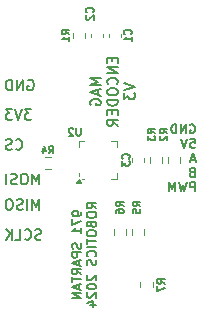
<source format=gbr>
%TF.GenerationSoftware,KiCad,Pcbnew,8.0.6-8.0.6-0~ubuntu24.04.1*%
%TF.CreationDate,2024-10-24T19:59:46-07:00*%
%TF.ProjectId,mag-encoder,6d61672d-656e-4636-9f64-65722e6b6963,3*%
%TF.SameCoordinates,Original*%
%TF.FileFunction,Legend,Bot*%
%TF.FilePolarity,Positive*%
%FSLAX46Y46*%
G04 Gerber Fmt 4.6, Leading zero omitted, Abs format (unit mm)*
G04 Created by KiCad (PCBNEW 8.0.6-8.0.6-0~ubuntu24.04.1) date 2024-10-24 19:59:46*
%MOMM*%
%LPD*%
G01*
G04 APERTURE LIST*
%ADD10C,0.152400*%
%ADD11C,0.127000*%
%ADD12C,0.120000*%
G04 APERTURE END LIST*
D10*
X223620263Y-122619677D02*
X223662596Y-122662011D01*
X223662596Y-122662011D02*
X223789596Y-122704344D01*
X223789596Y-122704344D02*
X223874263Y-122704344D01*
X223874263Y-122704344D02*
X224001263Y-122662011D01*
X224001263Y-122662011D02*
X224085930Y-122577344D01*
X224085930Y-122577344D02*
X224128263Y-122492677D01*
X224128263Y-122492677D02*
X224170596Y-122323344D01*
X224170596Y-122323344D02*
X224170596Y-122196344D01*
X224170596Y-122196344D02*
X224128263Y-122027011D01*
X224128263Y-122027011D02*
X224085930Y-121942344D01*
X224085930Y-121942344D02*
X224001263Y-121857677D01*
X224001263Y-121857677D02*
X223874263Y-121815344D01*
X223874263Y-121815344D02*
X223789596Y-121815344D01*
X223789596Y-121815344D02*
X223662596Y-121857677D01*
X223662596Y-121857677D02*
X223620263Y-121900011D01*
X223281596Y-122662011D02*
X223154596Y-122704344D01*
X223154596Y-122704344D02*
X222942930Y-122704344D01*
X222942930Y-122704344D02*
X222858263Y-122662011D01*
X222858263Y-122662011D02*
X222815930Y-122619677D01*
X222815930Y-122619677D02*
X222773596Y-122535011D01*
X222773596Y-122535011D02*
X222773596Y-122450344D01*
X222773596Y-122450344D02*
X222815930Y-122365677D01*
X222815930Y-122365677D02*
X222858263Y-122323344D01*
X222858263Y-122323344D02*
X222942930Y-122281011D01*
X222942930Y-122281011D02*
X223112263Y-122238677D01*
X223112263Y-122238677D02*
X223196930Y-122196344D01*
X223196930Y-122196344D02*
X223239263Y-122154011D01*
X223239263Y-122154011D02*
X223281596Y-122069344D01*
X223281596Y-122069344D02*
X223281596Y-121984677D01*
X223281596Y-121984677D02*
X223239263Y-121900011D01*
X223239263Y-121900011D02*
X223196930Y-121857677D01*
X223196930Y-121857677D02*
X223112263Y-121815344D01*
X223112263Y-121815344D02*
X222900596Y-121815344D01*
X222900596Y-121815344D02*
X222773596Y-121857677D01*
X224636262Y-116803077D02*
X224720929Y-116760744D01*
X224720929Y-116760744D02*
X224847929Y-116760744D01*
X224847929Y-116760744D02*
X224974929Y-116803077D01*
X224974929Y-116803077D02*
X225059596Y-116887744D01*
X225059596Y-116887744D02*
X225101929Y-116972411D01*
X225101929Y-116972411D02*
X225144262Y-117141744D01*
X225144262Y-117141744D02*
X225144262Y-117268744D01*
X225144262Y-117268744D02*
X225101929Y-117438077D01*
X225101929Y-117438077D02*
X225059596Y-117522744D01*
X225059596Y-117522744D02*
X224974929Y-117607411D01*
X224974929Y-117607411D02*
X224847929Y-117649744D01*
X224847929Y-117649744D02*
X224763262Y-117649744D01*
X224763262Y-117649744D02*
X224636262Y-117607411D01*
X224636262Y-117607411D02*
X224593929Y-117565077D01*
X224593929Y-117565077D02*
X224593929Y-117268744D01*
X224593929Y-117268744D02*
X224763262Y-117268744D01*
X224212929Y-117649744D02*
X224212929Y-116760744D01*
X224212929Y-116760744D02*
X223704929Y-117649744D01*
X223704929Y-117649744D02*
X223704929Y-116760744D01*
X223281596Y-117649744D02*
X223281596Y-116760744D01*
X223281596Y-116760744D02*
X223069929Y-116760744D01*
X223069929Y-116760744D02*
X222942929Y-116803077D01*
X222942929Y-116803077D02*
X222858263Y-116887744D01*
X222858263Y-116887744D02*
X222815929Y-116972411D01*
X222815929Y-116972411D02*
X222773596Y-117141744D01*
X222773596Y-117141744D02*
X222773596Y-117268744D01*
X222773596Y-117268744D02*
X222815929Y-117438077D01*
X222815929Y-117438077D02*
X222858263Y-117522744D01*
X222858263Y-117522744D02*
X222942929Y-117607411D01*
X222942929Y-117607411D02*
X223069929Y-117649744D01*
X223069929Y-117649744D02*
X223281596Y-117649744D01*
X225609929Y-127784344D02*
X225609929Y-126895344D01*
X225609929Y-126895344D02*
X225313596Y-127530344D01*
X225313596Y-127530344D02*
X225017262Y-126895344D01*
X225017262Y-126895344D02*
X225017262Y-127784344D01*
X224593929Y-127784344D02*
X224593929Y-126895344D01*
X224212929Y-127742011D02*
X224085929Y-127784344D01*
X224085929Y-127784344D02*
X223874263Y-127784344D01*
X223874263Y-127784344D02*
X223789596Y-127742011D01*
X223789596Y-127742011D02*
X223747263Y-127699677D01*
X223747263Y-127699677D02*
X223704929Y-127615011D01*
X223704929Y-127615011D02*
X223704929Y-127530344D01*
X223704929Y-127530344D02*
X223747263Y-127445677D01*
X223747263Y-127445677D02*
X223789596Y-127403344D01*
X223789596Y-127403344D02*
X223874263Y-127361011D01*
X223874263Y-127361011D02*
X224043596Y-127318677D01*
X224043596Y-127318677D02*
X224128263Y-127276344D01*
X224128263Y-127276344D02*
X224170596Y-127234011D01*
X224170596Y-127234011D02*
X224212929Y-127149344D01*
X224212929Y-127149344D02*
X224212929Y-127064677D01*
X224212929Y-127064677D02*
X224170596Y-126980011D01*
X224170596Y-126980011D02*
X224128263Y-126937677D01*
X224128263Y-126937677D02*
X224043596Y-126895344D01*
X224043596Y-126895344D02*
X223831929Y-126895344D01*
X223831929Y-126895344D02*
X223704929Y-126937677D01*
X223154596Y-126895344D02*
X222985262Y-126895344D01*
X222985262Y-126895344D02*
X222900596Y-126937677D01*
X222900596Y-126937677D02*
X222815929Y-127022344D01*
X222815929Y-127022344D02*
X222773596Y-127191677D01*
X222773596Y-127191677D02*
X222773596Y-127488011D01*
X222773596Y-127488011D02*
X222815929Y-127657344D01*
X222815929Y-127657344D02*
X222900596Y-127742011D01*
X222900596Y-127742011D02*
X222985262Y-127784344D01*
X222985262Y-127784344D02*
X223154596Y-127784344D01*
X223154596Y-127784344D02*
X223239262Y-127742011D01*
X223239262Y-127742011D02*
X223323929Y-127657344D01*
X223323929Y-127657344D02*
X223366262Y-127488011D01*
X223366262Y-127488011D02*
X223366262Y-127191677D01*
X223366262Y-127191677D02*
X223323929Y-127022344D01*
X223323929Y-127022344D02*
X223239262Y-126937677D01*
X223239262Y-126937677D02*
X223154596Y-126895344D01*
X224932597Y-119275344D02*
X224382263Y-119275344D01*
X224382263Y-119275344D02*
X224678597Y-119614011D01*
X224678597Y-119614011D02*
X224551597Y-119614011D01*
X224551597Y-119614011D02*
X224466930Y-119656344D01*
X224466930Y-119656344D02*
X224424597Y-119698677D01*
X224424597Y-119698677D02*
X224382263Y-119783344D01*
X224382263Y-119783344D02*
X224382263Y-119995011D01*
X224382263Y-119995011D02*
X224424597Y-120079677D01*
X224424597Y-120079677D02*
X224466930Y-120122011D01*
X224466930Y-120122011D02*
X224551597Y-120164344D01*
X224551597Y-120164344D02*
X224805597Y-120164344D01*
X224805597Y-120164344D02*
X224890263Y-120122011D01*
X224890263Y-120122011D02*
X224932597Y-120079677D01*
X224128263Y-119275344D02*
X223831930Y-120164344D01*
X223831930Y-120164344D02*
X223535596Y-119275344D01*
X223323930Y-119275344D02*
X222773596Y-119275344D01*
X222773596Y-119275344D02*
X223069930Y-119614011D01*
X223069930Y-119614011D02*
X222942930Y-119614011D01*
X222942930Y-119614011D02*
X222858263Y-119656344D01*
X222858263Y-119656344D02*
X222815930Y-119698677D01*
X222815930Y-119698677D02*
X222773596Y-119783344D01*
X222773596Y-119783344D02*
X222773596Y-119995011D01*
X222773596Y-119995011D02*
X222815930Y-120079677D01*
X222815930Y-120079677D02*
X222858263Y-120122011D01*
X222858263Y-120122011D02*
X222942930Y-120164344D01*
X222942930Y-120164344D02*
X223196930Y-120164344D01*
X223196930Y-120164344D02*
X223281596Y-120122011D01*
X223281596Y-120122011D02*
X223323930Y-120079677D01*
X238379165Y-120595322D02*
X238451737Y-120559036D01*
X238451737Y-120559036D02*
X238560594Y-120559036D01*
X238560594Y-120559036D02*
X238669451Y-120595322D01*
X238669451Y-120595322D02*
X238742022Y-120667893D01*
X238742022Y-120667893D02*
X238778308Y-120740465D01*
X238778308Y-120740465D02*
X238814594Y-120885608D01*
X238814594Y-120885608D02*
X238814594Y-120994465D01*
X238814594Y-120994465D02*
X238778308Y-121139608D01*
X238778308Y-121139608D02*
X238742022Y-121212179D01*
X238742022Y-121212179D02*
X238669451Y-121284751D01*
X238669451Y-121284751D02*
X238560594Y-121321036D01*
X238560594Y-121321036D02*
X238488022Y-121321036D01*
X238488022Y-121321036D02*
X238379165Y-121284751D01*
X238379165Y-121284751D02*
X238342879Y-121248465D01*
X238342879Y-121248465D02*
X238342879Y-120994465D01*
X238342879Y-120994465D02*
X238488022Y-120994465D01*
X238016308Y-121321036D02*
X238016308Y-120559036D01*
X238016308Y-120559036D02*
X237580879Y-121321036D01*
X237580879Y-121321036D02*
X237580879Y-120559036D01*
X237218022Y-121321036D02*
X237218022Y-120559036D01*
X237218022Y-120559036D02*
X237036593Y-120559036D01*
X237036593Y-120559036D02*
X236927736Y-120595322D01*
X236927736Y-120595322D02*
X236855165Y-120667893D01*
X236855165Y-120667893D02*
X236818879Y-120740465D01*
X236818879Y-120740465D02*
X236782593Y-120885608D01*
X236782593Y-120885608D02*
X236782593Y-120994465D01*
X236782593Y-120994465D02*
X236818879Y-121139608D01*
X236818879Y-121139608D02*
X236855165Y-121212179D01*
X236855165Y-121212179D02*
X236927736Y-121284751D01*
X236927736Y-121284751D02*
X237036593Y-121321036D01*
X237036593Y-121321036D02*
X237218022Y-121321036D01*
X238415451Y-121785813D02*
X238778308Y-121785813D01*
X238778308Y-121785813D02*
X238814594Y-122148670D01*
X238814594Y-122148670D02*
X238778308Y-122112385D01*
X238778308Y-122112385D02*
X238705737Y-122076099D01*
X238705737Y-122076099D02*
X238524308Y-122076099D01*
X238524308Y-122076099D02*
X238451737Y-122112385D01*
X238451737Y-122112385D02*
X238415451Y-122148670D01*
X238415451Y-122148670D02*
X238379165Y-122221242D01*
X238379165Y-122221242D02*
X238379165Y-122402670D01*
X238379165Y-122402670D02*
X238415451Y-122475242D01*
X238415451Y-122475242D02*
X238451737Y-122511528D01*
X238451737Y-122511528D02*
X238524308Y-122547813D01*
X238524308Y-122547813D02*
X238705737Y-122547813D01*
X238705737Y-122547813D02*
X238778308Y-122511528D01*
X238778308Y-122511528D02*
X238814594Y-122475242D01*
X238161451Y-121785813D02*
X237907451Y-122547813D01*
X237907451Y-122547813D02*
X237653451Y-121785813D01*
X238814594Y-123556876D02*
X238451737Y-123556876D01*
X238887165Y-123774590D02*
X238633165Y-123012590D01*
X238633165Y-123012590D02*
X238379165Y-123774590D01*
X238524308Y-124602224D02*
X238415451Y-124638510D01*
X238415451Y-124638510D02*
X238379165Y-124674796D01*
X238379165Y-124674796D02*
X238342879Y-124747367D01*
X238342879Y-124747367D02*
X238342879Y-124856224D01*
X238342879Y-124856224D02*
X238379165Y-124928796D01*
X238379165Y-124928796D02*
X238415451Y-124965082D01*
X238415451Y-124965082D02*
X238488022Y-125001367D01*
X238488022Y-125001367D02*
X238778308Y-125001367D01*
X238778308Y-125001367D02*
X238778308Y-124239367D01*
X238778308Y-124239367D02*
X238524308Y-124239367D01*
X238524308Y-124239367D02*
X238451737Y-124275653D01*
X238451737Y-124275653D02*
X238415451Y-124311939D01*
X238415451Y-124311939D02*
X238379165Y-124384510D01*
X238379165Y-124384510D02*
X238379165Y-124457082D01*
X238379165Y-124457082D02*
X238415451Y-124529653D01*
X238415451Y-124529653D02*
X238451737Y-124565939D01*
X238451737Y-124565939D02*
X238524308Y-124602224D01*
X238524308Y-124602224D02*
X238778308Y-124602224D01*
X238778308Y-126228144D02*
X238778308Y-125466144D01*
X238778308Y-125466144D02*
X238488022Y-125466144D01*
X238488022Y-125466144D02*
X238415451Y-125502430D01*
X238415451Y-125502430D02*
X238379165Y-125538716D01*
X238379165Y-125538716D02*
X238342879Y-125611287D01*
X238342879Y-125611287D02*
X238342879Y-125720144D01*
X238342879Y-125720144D02*
X238379165Y-125792716D01*
X238379165Y-125792716D02*
X238415451Y-125829001D01*
X238415451Y-125829001D02*
X238488022Y-125865287D01*
X238488022Y-125865287D02*
X238778308Y-125865287D01*
X238088879Y-125466144D02*
X237907451Y-126228144D01*
X237907451Y-126228144D02*
X237762308Y-125683859D01*
X237762308Y-125683859D02*
X237617165Y-126228144D01*
X237617165Y-126228144D02*
X237435737Y-125466144D01*
X237145451Y-126228144D02*
X237145451Y-125466144D01*
X237145451Y-125466144D02*
X236891451Y-126010430D01*
X236891451Y-126010430D02*
X236637451Y-125466144D01*
X236637451Y-125466144D02*
X236637451Y-126228144D01*
X229187160Y-127943429D02*
X229187160Y-128088572D01*
X229187160Y-128088572D02*
X229150875Y-128161143D01*
X229150875Y-128161143D02*
X229114589Y-128197429D01*
X229114589Y-128197429D02*
X229005732Y-128270000D01*
X229005732Y-128270000D02*
X228860589Y-128306286D01*
X228860589Y-128306286D02*
X228570303Y-128306286D01*
X228570303Y-128306286D02*
X228497732Y-128270000D01*
X228497732Y-128270000D02*
X228461446Y-128233715D01*
X228461446Y-128233715D02*
X228425160Y-128161143D01*
X228425160Y-128161143D02*
X228425160Y-128016000D01*
X228425160Y-128016000D02*
X228461446Y-127943429D01*
X228461446Y-127943429D02*
X228497732Y-127907143D01*
X228497732Y-127907143D02*
X228570303Y-127870857D01*
X228570303Y-127870857D02*
X228751732Y-127870857D01*
X228751732Y-127870857D02*
X228824303Y-127907143D01*
X228824303Y-127907143D02*
X228860589Y-127943429D01*
X228860589Y-127943429D02*
X228896875Y-128016000D01*
X228896875Y-128016000D02*
X228896875Y-128161143D01*
X228896875Y-128161143D02*
X228860589Y-128233715D01*
X228860589Y-128233715D02*
X228824303Y-128270000D01*
X228824303Y-128270000D02*
X228751732Y-128306286D01*
X228425160Y-128560286D02*
X228425160Y-129068286D01*
X228425160Y-129068286D02*
X229187160Y-128741714D01*
X229187160Y-129757714D02*
X229187160Y-129322285D01*
X229187160Y-129540000D02*
X228425160Y-129540000D01*
X228425160Y-129540000D02*
X228534017Y-129467428D01*
X228534017Y-129467428D02*
X228606589Y-129394857D01*
X228606589Y-129394857D02*
X228642875Y-129322285D01*
X229150875Y-130628570D02*
X229187160Y-130737428D01*
X229187160Y-130737428D02*
X229187160Y-130918856D01*
X229187160Y-130918856D02*
X229150875Y-130991428D01*
X229150875Y-130991428D02*
X229114589Y-131027713D01*
X229114589Y-131027713D02*
X229042017Y-131063999D01*
X229042017Y-131063999D02*
X228969446Y-131063999D01*
X228969446Y-131063999D02*
X228896875Y-131027713D01*
X228896875Y-131027713D02*
X228860589Y-130991428D01*
X228860589Y-130991428D02*
X228824303Y-130918856D01*
X228824303Y-130918856D02*
X228788017Y-130773713D01*
X228788017Y-130773713D02*
X228751732Y-130701142D01*
X228751732Y-130701142D02*
X228715446Y-130664856D01*
X228715446Y-130664856D02*
X228642875Y-130628570D01*
X228642875Y-130628570D02*
X228570303Y-130628570D01*
X228570303Y-130628570D02*
X228497732Y-130664856D01*
X228497732Y-130664856D02*
X228461446Y-130701142D01*
X228461446Y-130701142D02*
X228425160Y-130773713D01*
X228425160Y-130773713D02*
X228425160Y-130955142D01*
X228425160Y-130955142D02*
X228461446Y-131063999D01*
X229187160Y-131390570D02*
X228425160Y-131390570D01*
X228425160Y-131390570D02*
X228425160Y-131680856D01*
X228425160Y-131680856D02*
X228461446Y-131753427D01*
X228461446Y-131753427D02*
X228497732Y-131789713D01*
X228497732Y-131789713D02*
X228570303Y-131825999D01*
X228570303Y-131825999D02*
X228679160Y-131825999D01*
X228679160Y-131825999D02*
X228751732Y-131789713D01*
X228751732Y-131789713D02*
X228788017Y-131753427D01*
X228788017Y-131753427D02*
X228824303Y-131680856D01*
X228824303Y-131680856D02*
X228824303Y-131390570D01*
X228969446Y-132116284D02*
X228969446Y-132479142D01*
X229187160Y-132043713D02*
X228425160Y-132297713D01*
X228425160Y-132297713D02*
X229187160Y-132551713D01*
X229187160Y-133241142D02*
X228824303Y-132987142D01*
X229187160Y-132805713D02*
X228425160Y-132805713D01*
X228425160Y-132805713D02*
X228425160Y-133095999D01*
X228425160Y-133095999D02*
X228461446Y-133168570D01*
X228461446Y-133168570D02*
X228497732Y-133204856D01*
X228497732Y-133204856D02*
X228570303Y-133241142D01*
X228570303Y-133241142D02*
X228679160Y-133241142D01*
X228679160Y-133241142D02*
X228751732Y-133204856D01*
X228751732Y-133204856D02*
X228788017Y-133168570D01*
X228788017Y-133168570D02*
X228824303Y-133095999D01*
X228824303Y-133095999D02*
X228824303Y-132805713D01*
X228425160Y-133458856D02*
X228425160Y-133894285D01*
X229187160Y-133676570D02*
X228425160Y-133676570D01*
X228969446Y-134111998D02*
X228969446Y-134474856D01*
X229187160Y-134039427D02*
X228425160Y-134293427D01*
X228425160Y-134293427D02*
X229187160Y-134547427D01*
X229187160Y-134801427D02*
X228425160Y-134801427D01*
X228425160Y-134801427D02*
X229187160Y-135236856D01*
X229187160Y-135236856D02*
X228425160Y-135236856D01*
X230413937Y-127671287D02*
X230051080Y-127417287D01*
X230413937Y-127235858D02*
X229651937Y-127235858D01*
X229651937Y-127235858D02*
X229651937Y-127526144D01*
X229651937Y-127526144D02*
X229688223Y-127598715D01*
X229688223Y-127598715D02*
X229724509Y-127635001D01*
X229724509Y-127635001D02*
X229797080Y-127671287D01*
X229797080Y-127671287D02*
X229905937Y-127671287D01*
X229905937Y-127671287D02*
X229978509Y-127635001D01*
X229978509Y-127635001D02*
X230014794Y-127598715D01*
X230014794Y-127598715D02*
X230051080Y-127526144D01*
X230051080Y-127526144D02*
X230051080Y-127235858D01*
X229651937Y-128143001D02*
X229651937Y-128288144D01*
X229651937Y-128288144D02*
X229688223Y-128360715D01*
X229688223Y-128360715D02*
X229760794Y-128433287D01*
X229760794Y-128433287D02*
X229905937Y-128469572D01*
X229905937Y-128469572D02*
X230159937Y-128469572D01*
X230159937Y-128469572D02*
X230305080Y-128433287D01*
X230305080Y-128433287D02*
X230377652Y-128360715D01*
X230377652Y-128360715D02*
X230413937Y-128288144D01*
X230413937Y-128288144D02*
X230413937Y-128143001D01*
X230413937Y-128143001D02*
X230377652Y-128070430D01*
X230377652Y-128070430D02*
X230305080Y-127997858D01*
X230305080Y-127997858D02*
X230159937Y-127961572D01*
X230159937Y-127961572D02*
X229905937Y-127961572D01*
X229905937Y-127961572D02*
X229760794Y-127997858D01*
X229760794Y-127997858D02*
X229688223Y-128070430D01*
X229688223Y-128070430D02*
X229651937Y-128143001D01*
X230014794Y-129050144D02*
X230051080Y-129159001D01*
X230051080Y-129159001D02*
X230087366Y-129195287D01*
X230087366Y-129195287D02*
X230159937Y-129231573D01*
X230159937Y-129231573D02*
X230268794Y-129231573D01*
X230268794Y-129231573D02*
X230341366Y-129195287D01*
X230341366Y-129195287D02*
X230377652Y-129159001D01*
X230377652Y-129159001D02*
X230413937Y-129086430D01*
X230413937Y-129086430D02*
X230413937Y-128796144D01*
X230413937Y-128796144D02*
X229651937Y-128796144D01*
X229651937Y-128796144D02*
X229651937Y-129050144D01*
X229651937Y-129050144D02*
X229688223Y-129122716D01*
X229688223Y-129122716D02*
X229724509Y-129159001D01*
X229724509Y-129159001D02*
X229797080Y-129195287D01*
X229797080Y-129195287D02*
X229869652Y-129195287D01*
X229869652Y-129195287D02*
X229942223Y-129159001D01*
X229942223Y-129159001D02*
X229978509Y-129122716D01*
X229978509Y-129122716D02*
X230014794Y-129050144D01*
X230014794Y-129050144D02*
X230014794Y-128796144D01*
X229651937Y-129703287D02*
X229651937Y-129848430D01*
X229651937Y-129848430D02*
X229688223Y-129921001D01*
X229688223Y-129921001D02*
X229760794Y-129993573D01*
X229760794Y-129993573D02*
X229905937Y-130029858D01*
X229905937Y-130029858D02*
X230159937Y-130029858D01*
X230159937Y-130029858D02*
X230305080Y-129993573D01*
X230305080Y-129993573D02*
X230377652Y-129921001D01*
X230377652Y-129921001D02*
X230413937Y-129848430D01*
X230413937Y-129848430D02*
X230413937Y-129703287D01*
X230413937Y-129703287D02*
X230377652Y-129630716D01*
X230377652Y-129630716D02*
X230305080Y-129558144D01*
X230305080Y-129558144D02*
X230159937Y-129521858D01*
X230159937Y-129521858D02*
X229905937Y-129521858D01*
X229905937Y-129521858D02*
X229760794Y-129558144D01*
X229760794Y-129558144D02*
X229688223Y-129630716D01*
X229688223Y-129630716D02*
X229651937Y-129703287D01*
X229651937Y-130247573D02*
X229651937Y-130683002D01*
X230413937Y-130465287D02*
X229651937Y-130465287D01*
X230413937Y-130937001D02*
X229651937Y-130937001D01*
X230341366Y-131735287D02*
X230377652Y-131699001D01*
X230377652Y-131699001D02*
X230413937Y-131590144D01*
X230413937Y-131590144D02*
X230413937Y-131517572D01*
X230413937Y-131517572D02*
X230377652Y-131408715D01*
X230377652Y-131408715D02*
X230305080Y-131336144D01*
X230305080Y-131336144D02*
X230232509Y-131299858D01*
X230232509Y-131299858D02*
X230087366Y-131263572D01*
X230087366Y-131263572D02*
X229978509Y-131263572D01*
X229978509Y-131263572D02*
X229833366Y-131299858D01*
X229833366Y-131299858D02*
X229760794Y-131336144D01*
X229760794Y-131336144D02*
X229688223Y-131408715D01*
X229688223Y-131408715D02*
X229651937Y-131517572D01*
X229651937Y-131517572D02*
X229651937Y-131590144D01*
X229651937Y-131590144D02*
X229688223Y-131699001D01*
X229688223Y-131699001D02*
X229724509Y-131735287D01*
X230377652Y-132025572D02*
X230413937Y-132134430D01*
X230413937Y-132134430D02*
X230413937Y-132315858D01*
X230413937Y-132315858D02*
X230377652Y-132388430D01*
X230377652Y-132388430D02*
X230341366Y-132424715D01*
X230341366Y-132424715D02*
X230268794Y-132461001D01*
X230268794Y-132461001D02*
X230196223Y-132461001D01*
X230196223Y-132461001D02*
X230123652Y-132424715D01*
X230123652Y-132424715D02*
X230087366Y-132388430D01*
X230087366Y-132388430D02*
X230051080Y-132315858D01*
X230051080Y-132315858D02*
X230014794Y-132170715D01*
X230014794Y-132170715D02*
X229978509Y-132098144D01*
X229978509Y-132098144D02*
X229942223Y-132061858D01*
X229942223Y-132061858D02*
X229869652Y-132025572D01*
X229869652Y-132025572D02*
X229797080Y-132025572D01*
X229797080Y-132025572D02*
X229724509Y-132061858D01*
X229724509Y-132061858D02*
X229688223Y-132098144D01*
X229688223Y-132098144D02*
X229651937Y-132170715D01*
X229651937Y-132170715D02*
X229651937Y-132352144D01*
X229651937Y-132352144D02*
X229688223Y-132461001D01*
X229724509Y-133331857D02*
X229688223Y-133368143D01*
X229688223Y-133368143D02*
X229651937Y-133440715D01*
X229651937Y-133440715D02*
X229651937Y-133622143D01*
X229651937Y-133622143D02*
X229688223Y-133694715D01*
X229688223Y-133694715D02*
X229724509Y-133731000D01*
X229724509Y-133731000D02*
X229797080Y-133767286D01*
X229797080Y-133767286D02*
X229869652Y-133767286D01*
X229869652Y-133767286D02*
X229978509Y-133731000D01*
X229978509Y-133731000D02*
X230413937Y-133295572D01*
X230413937Y-133295572D02*
X230413937Y-133767286D01*
X229651937Y-134239000D02*
X229651937Y-134311571D01*
X229651937Y-134311571D02*
X229688223Y-134384143D01*
X229688223Y-134384143D02*
X229724509Y-134420429D01*
X229724509Y-134420429D02*
X229797080Y-134456714D01*
X229797080Y-134456714D02*
X229942223Y-134493000D01*
X229942223Y-134493000D02*
X230123652Y-134493000D01*
X230123652Y-134493000D02*
X230268794Y-134456714D01*
X230268794Y-134456714D02*
X230341366Y-134420429D01*
X230341366Y-134420429D02*
X230377652Y-134384143D01*
X230377652Y-134384143D02*
X230413937Y-134311571D01*
X230413937Y-134311571D02*
X230413937Y-134239000D01*
X230413937Y-134239000D02*
X230377652Y-134166429D01*
X230377652Y-134166429D02*
X230341366Y-134130143D01*
X230341366Y-134130143D02*
X230268794Y-134093857D01*
X230268794Y-134093857D02*
X230123652Y-134057571D01*
X230123652Y-134057571D02*
X229942223Y-134057571D01*
X229942223Y-134057571D02*
X229797080Y-134093857D01*
X229797080Y-134093857D02*
X229724509Y-134130143D01*
X229724509Y-134130143D02*
X229688223Y-134166429D01*
X229688223Y-134166429D02*
X229651937Y-134239000D01*
X229724509Y-134783285D02*
X229688223Y-134819571D01*
X229688223Y-134819571D02*
X229651937Y-134892143D01*
X229651937Y-134892143D02*
X229651937Y-135073571D01*
X229651937Y-135073571D02*
X229688223Y-135146143D01*
X229688223Y-135146143D02*
X229724509Y-135182428D01*
X229724509Y-135182428D02*
X229797080Y-135218714D01*
X229797080Y-135218714D02*
X229869652Y-135218714D01*
X229869652Y-135218714D02*
X229978509Y-135182428D01*
X229978509Y-135182428D02*
X230413937Y-134747000D01*
X230413937Y-134747000D02*
X230413937Y-135218714D01*
X229905937Y-135871857D02*
X230413937Y-135871857D01*
X229615652Y-135690428D02*
X230159937Y-135508999D01*
X230159937Y-135508999D02*
X230159937Y-135980714D01*
X225609929Y-125625344D02*
X225609929Y-124736344D01*
X225609929Y-124736344D02*
X225313596Y-125371344D01*
X225313596Y-125371344D02*
X225017262Y-124736344D01*
X225017262Y-124736344D02*
X225017262Y-125625344D01*
X224424596Y-124736344D02*
X224255262Y-124736344D01*
X224255262Y-124736344D02*
X224170596Y-124778677D01*
X224170596Y-124778677D02*
X224085929Y-124863344D01*
X224085929Y-124863344D02*
X224043596Y-125032677D01*
X224043596Y-125032677D02*
X224043596Y-125329011D01*
X224043596Y-125329011D02*
X224085929Y-125498344D01*
X224085929Y-125498344D02*
X224170596Y-125583011D01*
X224170596Y-125583011D02*
X224255262Y-125625344D01*
X224255262Y-125625344D02*
X224424596Y-125625344D01*
X224424596Y-125625344D02*
X224509262Y-125583011D01*
X224509262Y-125583011D02*
X224593929Y-125498344D01*
X224593929Y-125498344D02*
X224636262Y-125329011D01*
X224636262Y-125329011D02*
X224636262Y-125032677D01*
X224636262Y-125032677D02*
X224593929Y-124863344D01*
X224593929Y-124863344D02*
X224509262Y-124778677D01*
X224509262Y-124778677D02*
X224424596Y-124736344D01*
X223704929Y-125583011D02*
X223577929Y-125625344D01*
X223577929Y-125625344D02*
X223366263Y-125625344D01*
X223366263Y-125625344D02*
X223281596Y-125583011D01*
X223281596Y-125583011D02*
X223239263Y-125540677D01*
X223239263Y-125540677D02*
X223196929Y-125456011D01*
X223196929Y-125456011D02*
X223196929Y-125371344D01*
X223196929Y-125371344D02*
X223239263Y-125286677D01*
X223239263Y-125286677D02*
X223281596Y-125244344D01*
X223281596Y-125244344D02*
X223366263Y-125202011D01*
X223366263Y-125202011D02*
X223535596Y-125159677D01*
X223535596Y-125159677D02*
X223620263Y-125117344D01*
X223620263Y-125117344D02*
X223662596Y-125075011D01*
X223662596Y-125075011D02*
X223704929Y-124990344D01*
X223704929Y-124990344D02*
X223704929Y-124905677D01*
X223704929Y-124905677D02*
X223662596Y-124821011D01*
X223662596Y-124821011D02*
X223620263Y-124778677D01*
X223620263Y-124778677D02*
X223535596Y-124736344D01*
X223535596Y-124736344D02*
X223323929Y-124736344D01*
X223323929Y-124736344D02*
X223196929Y-124778677D01*
X222815929Y-125625344D02*
X222815929Y-124736344D01*
X230823304Y-116657966D02*
X229934304Y-116657966D01*
X229934304Y-116657966D02*
X230569304Y-116954300D01*
X230569304Y-116954300D02*
X229934304Y-117250633D01*
X229934304Y-117250633D02*
X230823304Y-117250633D01*
X230569304Y-117631633D02*
X230569304Y-118054966D01*
X230823304Y-117546966D02*
X229934304Y-117843300D01*
X229934304Y-117843300D02*
X230823304Y-118139633D01*
X229976637Y-118901633D02*
X229934304Y-118816966D01*
X229934304Y-118816966D02*
X229934304Y-118689966D01*
X229934304Y-118689966D02*
X229976637Y-118562966D01*
X229976637Y-118562966D02*
X230061304Y-118478300D01*
X230061304Y-118478300D02*
X230145971Y-118435966D01*
X230145971Y-118435966D02*
X230315304Y-118393633D01*
X230315304Y-118393633D02*
X230442304Y-118393633D01*
X230442304Y-118393633D02*
X230611637Y-118435966D01*
X230611637Y-118435966D02*
X230696304Y-118478300D01*
X230696304Y-118478300D02*
X230780971Y-118562966D01*
X230780971Y-118562966D02*
X230823304Y-118689966D01*
X230823304Y-118689966D02*
X230823304Y-118774633D01*
X230823304Y-118774633D02*
X230780971Y-118901633D01*
X230780971Y-118901633D02*
X230738637Y-118943966D01*
X230738637Y-118943966D02*
X230442304Y-118943966D01*
X230442304Y-118943966D02*
X230442304Y-118774633D01*
X231788877Y-114922300D02*
X231788877Y-115218634D01*
X232254544Y-115345634D02*
X232254544Y-114922300D01*
X232254544Y-114922300D02*
X231365544Y-114922300D01*
X231365544Y-114922300D02*
X231365544Y-115345634D01*
X232254544Y-115726633D02*
X231365544Y-115726633D01*
X231365544Y-115726633D02*
X232254544Y-116234633D01*
X232254544Y-116234633D02*
X231365544Y-116234633D01*
X232169877Y-117165966D02*
X232212211Y-117123633D01*
X232212211Y-117123633D02*
X232254544Y-116996633D01*
X232254544Y-116996633D02*
X232254544Y-116911966D01*
X232254544Y-116911966D02*
X232212211Y-116784966D01*
X232212211Y-116784966D02*
X232127544Y-116700300D01*
X232127544Y-116700300D02*
X232042877Y-116657966D01*
X232042877Y-116657966D02*
X231873544Y-116615633D01*
X231873544Y-116615633D02*
X231746544Y-116615633D01*
X231746544Y-116615633D02*
X231577211Y-116657966D01*
X231577211Y-116657966D02*
X231492544Y-116700300D01*
X231492544Y-116700300D02*
X231407877Y-116784966D01*
X231407877Y-116784966D02*
X231365544Y-116911966D01*
X231365544Y-116911966D02*
X231365544Y-116996633D01*
X231365544Y-116996633D02*
X231407877Y-117123633D01*
X231407877Y-117123633D02*
X231450211Y-117165966D01*
X231365544Y-117716300D02*
X231365544Y-117885633D01*
X231365544Y-117885633D02*
X231407877Y-117970300D01*
X231407877Y-117970300D02*
X231492544Y-118054966D01*
X231492544Y-118054966D02*
X231661877Y-118097300D01*
X231661877Y-118097300D02*
X231958211Y-118097300D01*
X231958211Y-118097300D02*
X232127544Y-118054966D01*
X232127544Y-118054966D02*
X232212211Y-117970300D01*
X232212211Y-117970300D02*
X232254544Y-117885633D01*
X232254544Y-117885633D02*
X232254544Y-117716300D01*
X232254544Y-117716300D02*
X232212211Y-117631633D01*
X232212211Y-117631633D02*
X232127544Y-117546966D01*
X232127544Y-117546966D02*
X231958211Y-117504633D01*
X231958211Y-117504633D02*
X231661877Y-117504633D01*
X231661877Y-117504633D02*
X231492544Y-117546966D01*
X231492544Y-117546966D02*
X231407877Y-117631633D01*
X231407877Y-117631633D02*
X231365544Y-117716300D01*
X232254544Y-118478299D02*
X231365544Y-118478299D01*
X231365544Y-118478299D02*
X231365544Y-118689966D01*
X231365544Y-118689966D02*
X231407877Y-118816966D01*
X231407877Y-118816966D02*
X231492544Y-118901633D01*
X231492544Y-118901633D02*
X231577211Y-118943966D01*
X231577211Y-118943966D02*
X231746544Y-118986299D01*
X231746544Y-118986299D02*
X231873544Y-118986299D01*
X231873544Y-118986299D02*
X232042877Y-118943966D01*
X232042877Y-118943966D02*
X232127544Y-118901633D01*
X232127544Y-118901633D02*
X232212211Y-118816966D01*
X232212211Y-118816966D02*
X232254544Y-118689966D01*
X232254544Y-118689966D02*
X232254544Y-118478299D01*
X231788877Y-119367299D02*
X231788877Y-119663633D01*
X232254544Y-119790633D02*
X232254544Y-119367299D01*
X232254544Y-119367299D02*
X231365544Y-119367299D01*
X231365544Y-119367299D02*
X231365544Y-119790633D01*
X232254544Y-120679632D02*
X231831211Y-120383299D01*
X232254544Y-120171632D02*
X231365544Y-120171632D01*
X231365544Y-120171632D02*
X231365544Y-120510299D01*
X231365544Y-120510299D02*
X231407877Y-120594966D01*
X231407877Y-120594966D02*
X231450211Y-120637299D01*
X231450211Y-120637299D02*
X231534877Y-120679632D01*
X231534877Y-120679632D02*
X231661877Y-120679632D01*
X231661877Y-120679632D02*
X231746544Y-120637299D01*
X231746544Y-120637299D02*
X231788877Y-120594966D01*
X231788877Y-120594966D02*
X231831211Y-120510299D01*
X231831211Y-120510299D02*
X231831211Y-120171632D01*
X232796784Y-117060133D02*
X233685784Y-117356467D01*
X233685784Y-117356467D02*
X232796784Y-117652800D01*
X232796784Y-117864467D02*
X232796784Y-118414800D01*
X232796784Y-118414800D02*
X233135451Y-118118467D01*
X233135451Y-118118467D02*
X233135451Y-118245467D01*
X233135451Y-118245467D02*
X233177784Y-118330133D01*
X233177784Y-118330133D02*
X233220117Y-118372467D01*
X233220117Y-118372467D02*
X233304784Y-118414800D01*
X233304784Y-118414800D02*
X233516451Y-118414800D01*
X233516451Y-118414800D02*
X233601117Y-118372467D01*
X233601117Y-118372467D02*
X233643451Y-118330133D01*
X233643451Y-118330133D02*
X233685784Y-118245467D01*
X233685784Y-118245467D02*
X233685784Y-117991467D01*
X233685784Y-117991467D02*
X233643451Y-117906800D01*
X233643451Y-117906800D02*
X233601117Y-117864467D01*
X225779263Y-130282011D02*
X225652263Y-130324344D01*
X225652263Y-130324344D02*
X225440597Y-130324344D01*
X225440597Y-130324344D02*
X225355930Y-130282011D01*
X225355930Y-130282011D02*
X225313597Y-130239677D01*
X225313597Y-130239677D02*
X225271263Y-130155011D01*
X225271263Y-130155011D02*
X225271263Y-130070344D01*
X225271263Y-130070344D02*
X225313597Y-129985677D01*
X225313597Y-129985677D02*
X225355930Y-129943344D01*
X225355930Y-129943344D02*
X225440597Y-129901011D01*
X225440597Y-129901011D02*
X225609930Y-129858677D01*
X225609930Y-129858677D02*
X225694597Y-129816344D01*
X225694597Y-129816344D02*
X225736930Y-129774011D01*
X225736930Y-129774011D02*
X225779263Y-129689344D01*
X225779263Y-129689344D02*
X225779263Y-129604677D01*
X225779263Y-129604677D02*
X225736930Y-129520011D01*
X225736930Y-129520011D02*
X225694597Y-129477677D01*
X225694597Y-129477677D02*
X225609930Y-129435344D01*
X225609930Y-129435344D02*
X225398263Y-129435344D01*
X225398263Y-129435344D02*
X225271263Y-129477677D01*
X224382263Y-130239677D02*
X224424596Y-130282011D01*
X224424596Y-130282011D02*
X224551596Y-130324344D01*
X224551596Y-130324344D02*
X224636263Y-130324344D01*
X224636263Y-130324344D02*
X224763263Y-130282011D01*
X224763263Y-130282011D02*
X224847930Y-130197344D01*
X224847930Y-130197344D02*
X224890263Y-130112677D01*
X224890263Y-130112677D02*
X224932596Y-129943344D01*
X224932596Y-129943344D02*
X224932596Y-129816344D01*
X224932596Y-129816344D02*
X224890263Y-129647011D01*
X224890263Y-129647011D02*
X224847930Y-129562344D01*
X224847930Y-129562344D02*
X224763263Y-129477677D01*
X224763263Y-129477677D02*
X224636263Y-129435344D01*
X224636263Y-129435344D02*
X224551596Y-129435344D01*
X224551596Y-129435344D02*
X224424596Y-129477677D01*
X224424596Y-129477677D02*
X224382263Y-129520011D01*
X223577930Y-130324344D02*
X224001263Y-130324344D01*
X224001263Y-130324344D02*
X224001263Y-129435344D01*
X223281596Y-130324344D02*
X223281596Y-129435344D01*
X222773596Y-130324344D02*
X223154596Y-129816344D01*
X222773596Y-129435344D02*
X223281596Y-129943344D01*
D11*
X226445233Y-123019959D02*
X226656900Y-122717578D01*
X226808090Y-123019959D02*
X226808090Y-122384959D01*
X226808090Y-122384959D02*
X226566185Y-122384959D01*
X226566185Y-122384959D02*
X226505709Y-122415197D01*
X226505709Y-122415197D02*
X226475471Y-122445435D01*
X226475471Y-122445435D02*
X226445233Y-122505911D01*
X226445233Y-122505911D02*
X226445233Y-122596625D01*
X226445233Y-122596625D02*
X226475471Y-122657101D01*
X226475471Y-122657101D02*
X226505709Y-122687340D01*
X226505709Y-122687340D02*
X226566185Y-122717578D01*
X226566185Y-122717578D02*
X226808090Y-122717578D01*
X225900947Y-122596625D02*
X225900947Y-123019959D01*
X226052138Y-122354721D02*
X226203328Y-122808292D01*
X226203328Y-122808292D02*
X225810233Y-122808292D01*
X233196682Y-123454166D02*
X233226921Y-123423928D01*
X233226921Y-123423928D02*
X233257159Y-123333214D01*
X233257159Y-123333214D02*
X233257159Y-123272738D01*
X233257159Y-123272738D02*
X233226921Y-123182023D01*
X233226921Y-123182023D02*
X233166444Y-123121547D01*
X233166444Y-123121547D02*
X233105968Y-123091309D01*
X233105968Y-123091309D02*
X232985016Y-123061071D01*
X232985016Y-123061071D02*
X232894301Y-123061071D01*
X232894301Y-123061071D02*
X232773349Y-123091309D01*
X232773349Y-123091309D02*
X232712873Y-123121547D01*
X232712873Y-123121547D02*
X232652397Y-123182023D01*
X232652397Y-123182023D02*
X232622159Y-123272738D01*
X232622159Y-123272738D02*
X232622159Y-123333214D01*
X232622159Y-123333214D02*
X232652397Y-123423928D01*
X232652397Y-123423928D02*
X232682635Y-123454166D01*
X232622159Y-123665833D02*
X232622159Y-124058928D01*
X232622159Y-124058928D02*
X232864063Y-123847261D01*
X232864063Y-123847261D02*
X232864063Y-123937976D01*
X232864063Y-123937976D02*
X232894301Y-123998452D01*
X232894301Y-123998452D02*
X232924540Y-124028690D01*
X232924540Y-124028690D02*
X232985016Y-124058928D01*
X232985016Y-124058928D02*
X233136206Y-124058928D01*
X233136206Y-124058928D02*
X233196682Y-124028690D01*
X233196682Y-124028690D02*
X233226921Y-123998452D01*
X233226921Y-123998452D02*
X233257159Y-123937976D01*
X233257159Y-123937976D02*
X233257159Y-123756547D01*
X233257159Y-123756547D02*
X233226921Y-123696071D01*
X233226921Y-123696071D02*
X233196682Y-123665833D01*
X230147482Y-111069966D02*
X230177721Y-111039728D01*
X230177721Y-111039728D02*
X230207959Y-110949014D01*
X230207959Y-110949014D02*
X230207959Y-110888538D01*
X230207959Y-110888538D02*
X230177721Y-110797823D01*
X230177721Y-110797823D02*
X230117244Y-110737347D01*
X230117244Y-110737347D02*
X230056768Y-110707109D01*
X230056768Y-110707109D02*
X229935816Y-110676871D01*
X229935816Y-110676871D02*
X229845101Y-110676871D01*
X229845101Y-110676871D02*
X229724149Y-110707109D01*
X229724149Y-110707109D02*
X229663673Y-110737347D01*
X229663673Y-110737347D02*
X229603197Y-110797823D01*
X229603197Y-110797823D02*
X229572959Y-110888538D01*
X229572959Y-110888538D02*
X229572959Y-110949014D01*
X229572959Y-110949014D02*
X229603197Y-111039728D01*
X229603197Y-111039728D02*
X229633435Y-111069966D01*
X229633435Y-111311871D02*
X229603197Y-111342109D01*
X229603197Y-111342109D02*
X229572959Y-111402585D01*
X229572959Y-111402585D02*
X229572959Y-111553776D01*
X229572959Y-111553776D02*
X229603197Y-111614252D01*
X229603197Y-111614252D02*
X229633435Y-111644490D01*
X229633435Y-111644490D02*
X229693911Y-111674728D01*
X229693911Y-111674728D02*
X229754387Y-111674728D01*
X229754387Y-111674728D02*
X229845101Y-111644490D01*
X229845101Y-111644490D02*
X230207959Y-111281633D01*
X230207959Y-111281633D02*
X230207959Y-111674728D01*
X232747959Y-127478366D02*
X232445578Y-127266699D01*
X232747959Y-127115509D02*
X232112959Y-127115509D01*
X232112959Y-127115509D02*
X232112959Y-127357414D01*
X232112959Y-127357414D02*
X232143197Y-127417890D01*
X232143197Y-127417890D02*
X232173435Y-127448128D01*
X232173435Y-127448128D02*
X232233911Y-127478366D01*
X232233911Y-127478366D02*
X232324625Y-127478366D01*
X232324625Y-127478366D02*
X232385101Y-127448128D01*
X232385101Y-127448128D02*
X232415340Y-127417890D01*
X232415340Y-127417890D02*
X232445578Y-127357414D01*
X232445578Y-127357414D02*
X232445578Y-127115509D01*
X232112959Y-128022652D02*
X232112959Y-127901699D01*
X232112959Y-127901699D02*
X232143197Y-127841223D01*
X232143197Y-127841223D02*
X232173435Y-127810985D01*
X232173435Y-127810985D02*
X232264149Y-127750509D01*
X232264149Y-127750509D02*
X232385101Y-127720271D01*
X232385101Y-127720271D02*
X232627006Y-127720271D01*
X232627006Y-127720271D02*
X232687482Y-127750509D01*
X232687482Y-127750509D02*
X232717721Y-127780747D01*
X232717721Y-127780747D02*
X232747959Y-127841223D01*
X232747959Y-127841223D02*
X232747959Y-127962176D01*
X232747959Y-127962176D02*
X232717721Y-128022652D01*
X232717721Y-128022652D02*
X232687482Y-128052890D01*
X232687482Y-128052890D02*
X232627006Y-128083128D01*
X232627006Y-128083128D02*
X232475816Y-128083128D01*
X232475816Y-128083128D02*
X232415340Y-128052890D01*
X232415340Y-128052890D02*
X232385101Y-128022652D01*
X232385101Y-128022652D02*
X232354863Y-127962176D01*
X232354863Y-127962176D02*
X232354863Y-127841223D01*
X232354863Y-127841223D02*
X232385101Y-127780747D01*
X232385101Y-127780747D02*
X232415340Y-127750509D01*
X232415340Y-127750509D02*
X232475816Y-127720271D01*
X236227759Y-134031566D02*
X235925378Y-133819899D01*
X236227759Y-133668709D02*
X235592759Y-133668709D01*
X235592759Y-133668709D02*
X235592759Y-133910614D01*
X235592759Y-133910614D02*
X235622997Y-133971090D01*
X235622997Y-133971090D02*
X235653235Y-134001328D01*
X235653235Y-134001328D02*
X235713711Y-134031566D01*
X235713711Y-134031566D02*
X235804425Y-134031566D01*
X235804425Y-134031566D02*
X235864901Y-134001328D01*
X235864901Y-134001328D02*
X235895140Y-133971090D01*
X235895140Y-133971090D02*
X235925378Y-133910614D01*
X235925378Y-133910614D02*
X235925378Y-133668709D01*
X235592759Y-134243233D02*
X235592759Y-134666566D01*
X235592759Y-134666566D02*
X236227759Y-134394423D01*
X236447159Y-121294166D02*
X236144778Y-121082499D01*
X236447159Y-120931309D02*
X235812159Y-120931309D01*
X235812159Y-120931309D02*
X235812159Y-121173214D01*
X235812159Y-121173214D02*
X235842397Y-121233690D01*
X235842397Y-121233690D02*
X235872635Y-121263928D01*
X235872635Y-121263928D02*
X235933111Y-121294166D01*
X235933111Y-121294166D02*
X236023825Y-121294166D01*
X236023825Y-121294166D02*
X236084301Y-121263928D01*
X236084301Y-121263928D02*
X236114540Y-121233690D01*
X236114540Y-121233690D02*
X236144778Y-121173214D01*
X236144778Y-121173214D02*
X236144778Y-120931309D01*
X235872635Y-121536071D02*
X235842397Y-121566309D01*
X235842397Y-121566309D02*
X235812159Y-121626785D01*
X235812159Y-121626785D02*
X235812159Y-121777976D01*
X235812159Y-121777976D02*
X235842397Y-121838452D01*
X235842397Y-121838452D02*
X235872635Y-121868690D01*
X235872635Y-121868690D02*
X235933111Y-121898928D01*
X235933111Y-121898928D02*
X235993587Y-121898928D01*
X235993587Y-121898928D02*
X236084301Y-121868690D01*
X236084301Y-121868690D02*
X236447159Y-121505833D01*
X236447159Y-121505833D02*
X236447159Y-121898928D01*
X235417159Y-121294166D02*
X235114778Y-121082499D01*
X235417159Y-120931309D02*
X234782159Y-120931309D01*
X234782159Y-120931309D02*
X234782159Y-121173214D01*
X234782159Y-121173214D02*
X234812397Y-121233690D01*
X234812397Y-121233690D02*
X234842635Y-121263928D01*
X234842635Y-121263928D02*
X234903111Y-121294166D01*
X234903111Y-121294166D02*
X234993825Y-121294166D01*
X234993825Y-121294166D02*
X235054301Y-121263928D01*
X235054301Y-121263928D02*
X235084540Y-121233690D01*
X235084540Y-121233690D02*
X235114778Y-121173214D01*
X235114778Y-121173214D02*
X235114778Y-120931309D01*
X234782159Y-121505833D02*
X234782159Y-121898928D01*
X234782159Y-121898928D02*
X235024063Y-121687261D01*
X235024063Y-121687261D02*
X235024063Y-121777976D01*
X235024063Y-121777976D02*
X235054301Y-121838452D01*
X235054301Y-121838452D02*
X235084540Y-121868690D01*
X235084540Y-121868690D02*
X235145016Y-121898928D01*
X235145016Y-121898928D02*
X235296206Y-121898928D01*
X235296206Y-121898928D02*
X235356682Y-121868690D01*
X235356682Y-121868690D02*
X235386921Y-121838452D01*
X235386921Y-121838452D02*
X235417159Y-121777976D01*
X235417159Y-121777976D02*
X235417159Y-121596547D01*
X235417159Y-121596547D02*
X235386921Y-121536071D01*
X235386921Y-121536071D02*
X235356682Y-121505833D01*
X233373282Y-112924166D02*
X233403521Y-112893928D01*
X233403521Y-112893928D02*
X233433759Y-112803214D01*
X233433759Y-112803214D02*
X233433759Y-112742738D01*
X233433759Y-112742738D02*
X233403521Y-112652023D01*
X233403521Y-112652023D02*
X233343044Y-112591547D01*
X233343044Y-112591547D02*
X233282568Y-112561309D01*
X233282568Y-112561309D02*
X233161616Y-112531071D01*
X233161616Y-112531071D02*
X233070901Y-112531071D01*
X233070901Y-112531071D02*
X232949949Y-112561309D01*
X232949949Y-112561309D02*
X232889473Y-112591547D01*
X232889473Y-112591547D02*
X232828997Y-112652023D01*
X232828997Y-112652023D02*
X232798759Y-112742738D01*
X232798759Y-112742738D02*
X232798759Y-112803214D01*
X232798759Y-112803214D02*
X232828997Y-112893928D01*
X232828997Y-112893928D02*
X232859235Y-112924166D01*
X233433759Y-113528928D02*
X233433759Y-113166071D01*
X233433759Y-113347499D02*
X232798759Y-113347499D01*
X232798759Y-113347499D02*
X232889473Y-113287023D01*
X232889473Y-113287023D02*
X232949949Y-113226547D01*
X232949949Y-113226547D02*
X232980187Y-113166071D01*
X229109209Y-120886359D02*
X229109209Y-121400406D01*
X229109209Y-121400406D02*
X229078971Y-121460882D01*
X229078971Y-121460882D02*
X229048733Y-121491121D01*
X229048733Y-121491121D02*
X228988257Y-121521359D01*
X228988257Y-121521359D02*
X228867304Y-121521359D01*
X228867304Y-121521359D02*
X228806828Y-121491121D01*
X228806828Y-121491121D02*
X228776590Y-121460882D01*
X228776590Y-121460882D02*
X228746352Y-121400406D01*
X228746352Y-121400406D02*
X228746352Y-120886359D01*
X228474209Y-120946835D02*
X228443971Y-120916597D01*
X228443971Y-120916597D02*
X228383495Y-120886359D01*
X228383495Y-120886359D02*
X228232304Y-120886359D01*
X228232304Y-120886359D02*
X228171828Y-120916597D01*
X228171828Y-120916597D02*
X228141590Y-120946835D01*
X228141590Y-120946835D02*
X228111352Y-121007311D01*
X228111352Y-121007311D02*
X228111352Y-121067787D01*
X228111352Y-121067787D02*
X228141590Y-121158501D01*
X228141590Y-121158501D02*
X228504447Y-121521359D01*
X228504447Y-121521359D02*
X228111352Y-121521359D01*
X234170359Y-127478366D02*
X233867978Y-127266699D01*
X234170359Y-127115509D02*
X233535359Y-127115509D01*
X233535359Y-127115509D02*
X233535359Y-127357414D01*
X233535359Y-127357414D02*
X233565597Y-127417890D01*
X233565597Y-127417890D02*
X233595835Y-127448128D01*
X233595835Y-127448128D02*
X233656311Y-127478366D01*
X233656311Y-127478366D02*
X233747025Y-127478366D01*
X233747025Y-127478366D02*
X233807501Y-127448128D01*
X233807501Y-127448128D02*
X233837740Y-127417890D01*
X233837740Y-127417890D02*
X233867978Y-127357414D01*
X233867978Y-127357414D02*
X233867978Y-127115509D01*
X233535359Y-128052890D02*
X233535359Y-127750509D01*
X233535359Y-127750509D02*
X233837740Y-127720271D01*
X233837740Y-127720271D02*
X233807501Y-127750509D01*
X233807501Y-127750509D02*
X233777263Y-127810985D01*
X233777263Y-127810985D02*
X233777263Y-127962176D01*
X233777263Y-127962176D02*
X233807501Y-128022652D01*
X233807501Y-128022652D02*
X233837740Y-128052890D01*
X233837740Y-128052890D02*
X233898216Y-128083128D01*
X233898216Y-128083128D02*
X234049406Y-128083128D01*
X234049406Y-128083128D02*
X234109882Y-128052890D01*
X234109882Y-128052890D02*
X234140121Y-128022652D01*
X234140121Y-128022652D02*
X234170359Y-127962176D01*
X234170359Y-127962176D02*
X234170359Y-127810985D01*
X234170359Y-127810985D02*
X234140121Y-127750509D01*
X234140121Y-127750509D02*
X234109882Y-127720271D01*
X228150559Y-112924166D02*
X227848178Y-112712499D01*
X228150559Y-112561309D02*
X227515559Y-112561309D01*
X227515559Y-112561309D02*
X227515559Y-112803214D01*
X227515559Y-112803214D02*
X227545797Y-112863690D01*
X227545797Y-112863690D02*
X227576035Y-112893928D01*
X227576035Y-112893928D02*
X227636511Y-112924166D01*
X227636511Y-112924166D02*
X227727225Y-112924166D01*
X227727225Y-112924166D02*
X227787701Y-112893928D01*
X227787701Y-112893928D02*
X227817940Y-112863690D01*
X227817940Y-112863690D02*
X227848178Y-112803214D01*
X227848178Y-112803214D02*
X227848178Y-112561309D01*
X228150559Y-113528928D02*
X228150559Y-113166071D01*
X228150559Y-113347499D02*
X227515559Y-113347499D01*
X227515559Y-113347499D02*
X227606273Y-113287023D01*
X227606273Y-113287023D02*
X227666749Y-113226547D01*
X227666749Y-113226547D02*
X227696987Y-113166071D01*
D12*
%TO.C,R4*%
X226127542Y-123302500D02*
X226602058Y-123302500D01*
X226127542Y-124347500D02*
X226602058Y-124347500D01*
%TO.C,C3*%
X233474800Y-123430420D02*
X233474800Y-123711580D01*
X234494800Y-123430420D02*
X234494800Y-123711580D01*
%TO.C,C2*%
X229995000Y-113170580D02*
X229995000Y-112889420D01*
X231015000Y-113170580D02*
X231015000Y-112889420D01*
%TO.C,R6*%
X231938300Y-129904258D02*
X231938300Y-129429742D01*
X232983300Y-129904258D02*
X232983300Y-129429742D01*
%TO.C,R7*%
X234173500Y-133874742D02*
X234173500Y-134349258D01*
X235218500Y-133874742D02*
X235218500Y-134349258D01*
%TO.C,R2*%
X236510300Y-123808258D02*
X236510300Y-123333742D01*
X237555300Y-123808258D02*
X237555300Y-123333742D01*
%TO.C,R3*%
X234986300Y-123808258D02*
X234986300Y-123333742D01*
X236031300Y-123808258D02*
X236031300Y-123333742D01*
%TO.C,C1*%
X231519000Y-113170580D02*
X231519000Y-112889420D01*
X232539000Y-113170580D02*
X232539000Y-112889420D01*
%TO.C,U2*%
X228945800Y-121961000D02*
X229420800Y-121961000D01*
X228945800Y-122436000D02*
X228945800Y-121961000D01*
X228945800Y-124941000D02*
X228945800Y-124706000D01*
X229245800Y-125181000D02*
X229420800Y-125181000D01*
X232165800Y-121961000D02*
X231690800Y-121961000D01*
X232165800Y-122436000D02*
X232165800Y-121961000D01*
X232165800Y-124706000D02*
X232165800Y-125181000D01*
X232165800Y-125181000D02*
X231690800Y-125181000D01*
X229185800Y-125511000D02*
X228705800Y-125511000D01*
X228945800Y-125181000D01*
X229185800Y-125511000D01*
G36*
X229185800Y-125511000D02*
G01*
X228705800Y-125511000D01*
X228945800Y-125181000D01*
X229185800Y-125511000D01*
G37*
%TO.C,R5*%
X233462300Y-129904258D02*
X233462300Y-129429742D01*
X234507300Y-129904258D02*
X234507300Y-129429742D01*
%TO.C,R1*%
X228458500Y-113267258D02*
X228458500Y-112792742D01*
X229503500Y-113267258D02*
X229503500Y-112792742D01*
%TD*%
M02*

</source>
